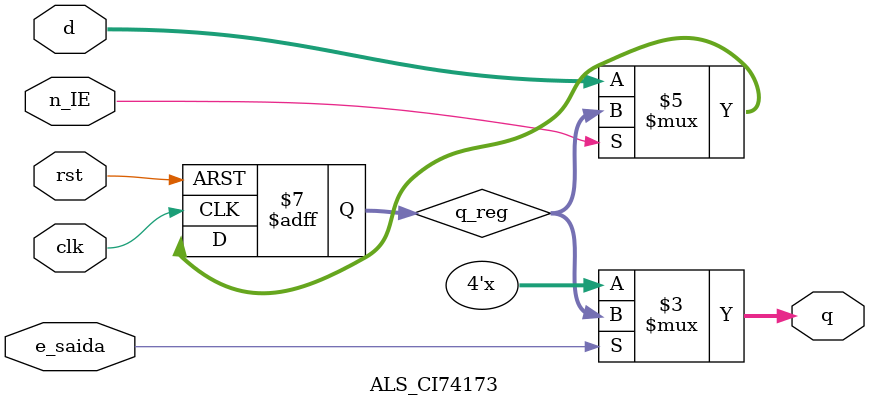
<source format=v>
module ALS_CI74173 (
  input clk,
  input rst,
  input e_saida,
  input n_IE,
  input [3:0] d,
  output [3:0] q
);
  reg [3:0] q_reg;
  
  initial q_reg <= 4'b0;

  always @(posedge clk or posedge rst)
    if (rst)
      q_reg <= 4'b0;
    else if (~n_IE)
      q_reg <= d;

  assign q = e_saida ? q_reg : 4'bZ;

endmodule

</source>
